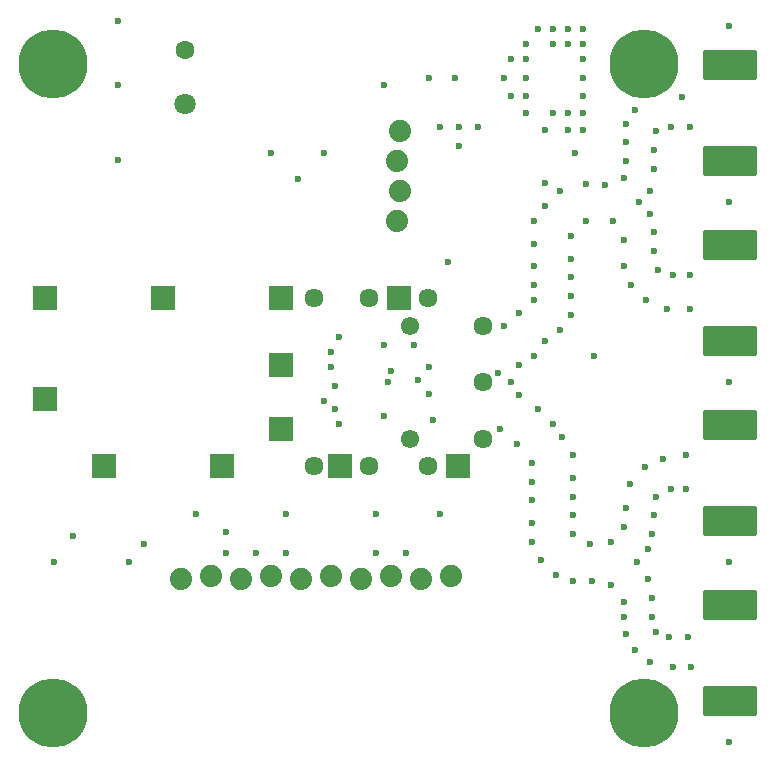
<source format=gbr>
G75*
%MOIN*%
%OFA0B0*%
%FSLAX25Y25*%
%IPPOS*%
%LPD*%
%AMOC8*
5,1,8,0,0,1.08239X$1,22.5*
%
%ADD10R,0.07874X0.07874*%
%ADD11C,0.06358*%
%ADD12C,0.06102*%
%ADD13C,0.23000*%
%ADD14C,0.01600*%
%ADD15C,0.06299*%
%ADD16C,0.07087*%
%ADD17C,0.07400*%
%ADD18C,0.02362*%
D10*
X0064242Y0103598D03*
X0044557Y0125941D03*
X0044557Y0159701D03*
X0083927Y0159701D03*
X0123297Y0159701D03*
X0123297Y0137358D03*
X0123297Y0116098D03*
X0103612Y0103598D03*
X0142982Y0103598D03*
X0182352Y0103598D03*
X0162667Y0159701D03*
D11*
X0152825Y0159701D03*
X0134321Y0159701D03*
X0172510Y0159701D03*
X0190620Y0150547D03*
X0190620Y0131650D03*
X0190620Y0112752D03*
X0172510Y0103598D03*
X0152825Y0103598D03*
X0134321Y0103598D03*
D12*
X0166211Y0112752D03*
X0166211Y0150547D03*
D13*
X0047352Y0021335D03*
X0244203Y0021335D03*
X0244203Y0237870D03*
X0047352Y0237870D03*
D14*
X0264717Y0241850D02*
X0281117Y0241850D01*
X0281117Y0233450D01*
X0264717Y0233450D01*
X0264717Y0241850D01*
X0264717Y0235049D02*
X0281117Y0235049D01*
X0281117Y0236648D02*
X0264717Y0236648D01*
X0264717Y0238247D02*
X0281117Y0238247D01*
X0281117Y0239846D02*
X0264717Y0239846D01*
X0264717Y0241445D02*
X0281117Y0241445D01*
X0281117Y0209850D02*
X0264717Y0209850D01*
X0281117Y0209850D02*
X0281117Y0201450D01*
X0264717Y0201450D01*
X0264717Y0209850D01*
X0264717Y0203049D02*
X0281117Y0203049D01*
X0281117Y0204648D02*
X0264717Y0204648D01*
X0264717Y0206247D02*
X0281117Y0206247D01*
X0281117Y0207846D02*
X0264717Y0207846D01*
X0264717Y0209445D02*
X0281117Y0209445D01*
X0281117Y0181850D02*
X0264717Y0181850D01*
X0281117Y0181850D02*
X0281117Y0173450D01*
X0264717Y0173450D01*
X0264717Y0181850D01*
X0264717Y0175049D02*
X0281117Y0175049D01*
X0281117Y0176648D02*
X0264717Y0176648D01*
X0264717Y0178247D02*
X0281117Y0178247D01*
X0281117Y0179846D02*
X0264717Y0179846D01*
X0264717Y0181445D02*
X0281117Y0181445D01*
X0281117Y0149850D02*
X0264717Y0149850D01*
X0281117Y0149850D02*
X0281117Y0141450D01*
X0264717Y0141450D01*
X0264717Y0149850D01*
X0264717Y0143049D02*
X0281117Y0143049D01*
X0281117Y0144648D02*
X0264717Y0144648D01*
X0264717Y0146247D02*
X0281117Y0146247D01*
X0281117Y0147846D02*
X0264717Y0147846D01*
X0264717Y0149445D02*
X0281117Y0149445D01*
X0281117Y0121850D02*
X0264717Y0121850D01*
X0281117Y0121850D02*
X0281117Y0113450D01*
X0264717Y0113450D01*
X0264717Y0121850D01*
X0264717Y0115049D02*
X0281117Y0115049D01*
X0281117Y0116648D02*
X0264717Y0116648D01*
X0264717Y0118247D02*
X0281117Y0118247D01*
X0281117Y0119846D02*
X0264717Y0119846D01*
X0264717Y0121445D02*
X0281117Y0121445D01*
X0281117Y0089850D02*
X0264717Y0089850D01*
X0281117Y0089850D02*
X0281117Y0081450D01*
X0264717Y0081450D01*
X0264717Y0089850D01*
X0264717Y0083049D02*
X0281117Y0083049D01*
X0281117Y0084648D02*
X0264717Y0084648D01*
X0264717Y0086247D02*
X0281117Y0086247D01*
X0281117Y0087846D02*
X0264717Y0087846D01*
X0264717Y0089445D02*
X0281117Y0089445D01*
X0281117Y0061850D02*
X0264717Y0061850D01*
X0281117Y0061850D02*
X0281117Y0053450D01*
X0264717Y0053450D01*
X0264717Y0061850D01*
X0264717Y0055049D02*
X0281117Y0055049D01*
X0281117Y0056648D02*
X0264717Y0056648D01*
X0264717Y0058247D02*
X0281117Y0058247D01*
X0281117Y0059846D02*
X0264717Y0059846D01*
X0264717Y0061445D02*
X0281117Y0061445D01*
X0281117Y0029850D02*
X0264717Y0029850D01*
X0281117Y0029850D02*
X0281117Y0021450D01*
X0264717Y0021450D01*
X0264717Y0029850D01*
X0264717Y0023049D02*
X0281117Y0023049D01*
X0281117Y0024648D02*
X0264717Y0024648D01*
X0264717Y0026247D02*
X0281117Y0026247D01*
X0281117Y0027846D02*
X0264717Y0027846D01*
X0264717Y0029445D02*
X0281117Y0029445D01*
D15*
X0091417Y0242280D03*
D16*
X0091417Y0224563D03*
D17*
X0163167Y0215400D03*
X0162167Y0205400D03*
X0163167Y0195400D03*
X0162167Y0185400D03*
X0160167Y0067150D03*
X0150167Y0066150D03*
X0140167Y0067150D03*
X0130167Y0066150D03*
X0120167Y0067150D03*
X0110167Y0066150D03*
X0100167Y0067150D03*
X0090167Y0066150D03*
X0170167Y0066150D03*
X0180167Y0067150D03*
D18*
X0165167Y0074775D03*
X0155167Y0074775D03*
X0155167Y0087900D03*
X0176417Y0087900D03*
X0202042Y0111025D03*
X0196417Y0116025D03*
X0202667Y0127275D03*
X0200167Y0131650D03*
X0195792Y0134775D03*
X0202667Y0137275D03*
X0207667Y0140400D03*
X0211417Y0145400D03*
X0216417Y0149150D03*
X0220167Y0154150D03*
X0220167Y0160400D03*
X0220167Y0166650D03*
X0220167Y0172900D03*
X0220167Y0180400D03*
X0225167Y0185400D03*
X0233917Y0185400D03*
X0237667Y0179150D03*
X0247667Y0181650D03*
X0247667Y0175400D03*
X0248917Y0169150D03*
X0253917Y0167275D03*
X0259542Y0167275D03*
X0259542Y0156025D03*
X0252042Y0156025D03*
X0245167Y0159150D03*
X0240167Y0164150D03*
X0237667Y0170400D03*
X0246417Y0187900D03*
X0242667Y0191650D03*
X0246417Y0195400D03*
X0247667Y0202900D03*
X0247667Y0209150D03*
X0248292Y0215400D03*
X0253292Y0216650D03*
X0259542Y0216650D03*
X0257042Y0226650D03*
X0241417Y0222275D03*
X0238292Y0217900D03*
X0238292Y0211650D03*
X0238292Y0205400D03*
X0237667Y0199775D03*
X0231417Y0197275D03*
X0225167Y0197900D03*
X0216417Y0195400D03*
X0211417Y0198215D03*
X0211417Y0190400D03*
X0207667Y0185400D03*
X0207667Y0177900D03*
X0207667Y0170400D03*
X0207667Y0164150D03*
X0207667Y0159150D03*
X0202667Y0154775D03*
X0197667Y0150400D03*
X0178917Y0171650D03*
X0167667Y0144150D03*
X0172667Y0136650D03*
X0168917Y0132275D03*
X0172667Y0127900D03*
X0173917Y0119150D03*
X0157667Y0120400D03*
X0158917Y0131650D03*
X0160167Y0135400D03*
X0157667Y0144150D03*
X0142667Y0146650D03*
X0140167Y0141650D03*
X0140167Y0136650D03*
X0141417Y0130400D03*
X0137667Y0125400D03*
X0141417Y0122900D03*
X0142667Y0117900D03*
X0125167Y0087900D03*
X0125167Y0074775D03*
X0115167Y0074775D03*
X0105167Y0074775D03*
X0105167Y0081650D03*
X0095167Y0087900D03*
X0077667Y0077900D03*
X0072667Y0071650D03*
X0053917Y0080400D03*
X0047667Y0071650D03*
X0128917Y0199465D03*
X0120167Y0208215D03*
X0137667Y0208215D03*
X0157667Y0230715D03*
X0172667Y0233215D03*
X0181417Y0233215D03*
X0197667Y0233215D03*
X0200167Y0226965D03*
X0205167Y0226965D03*
X0205167Y0221340D03*
X0211417Y0215715D03*
X0213917Y0221340D03*
X0218917Y0221340D03*
X0223917Y0221340D03*
X0223917Y0226965D03*
X0223917Y0233215D03*
X0223917Y0239465D03*
X0223917Y0244465D03*
X0223917Y0249465D03*
X0218917Y0249465D03*
X0213917Y0249465D03*
X0213917Y0244465D03*
X0218917Y0244465D03*
X0208917Y0249465D03*
X0205167Y0244465D03*
X0205167Y0239465D03*
X0200167Y0239465D03*
X0205167Y0233215D03*
X0218917Y0215715D03*
X0223917Y0215715D03*
X0221417Y0208215D03*
X0188917Y0216650D03*
X0182667Y0216650D03*
X0176417Y0216650D03*
X0182667Y0210400D03*
X0227667Y0140400D03*
X0208917Y0122900D03*
X0213917Y0117900D03*
X0217042Y0113525D03*
X0220792Y0107275D03*
X0220792Y0099775D03*
X0220792Y0093525D03*
X0220792Y0087275D03*
X0220792Y0081025D03*
X0226417Y0077900D03*
X0233292Y0078525D03*
X0237667Y0083525D03*
X0238292Y0089775D03*
X0239542Y0097900D03*
X0244542Y0103525D03*
X0250792Y0106025D03*
X0258292Y0107275D03*
X0258292Y0096025D03*
X0253292Y0096025D03*
X0248292Y0093525D03*
X0247667Y0087275D03*
X0247042Y0081025D03*
X0245792Y0076025D03*
X0242042Y0071650D03*
X0245792Y0066025D03*
X0247042Y0059775D03*
X0247042Y0053525D03*
X0248292Y0048525D03*
X0252667Y0046650D03*
X0258917Y0046650D03*
X0260167Y0036650D03*
X0253917Y0036650D03*
X0246417Y0038525D03*
X0241417Y0042275D03*
X0238292Y0047900D03*
X0237667Y0053525D03*
X0237667Y0058525D03*
X0233292Y0064150D03*
X0227042Y0065400D03*
X0220792Y0065400D03*
X0215167Y0067275D03*
X0210167Y0072275D03*
X0207042Y0078525D03*
X0207042Y0084775D03*
X0207042Y0092275D03*
X0207042Y0098525D03*
X0207042Y0104775D03*
X0272667Y0131650D03*
X0272667Y0191650D03*
X0272667Y0250400D03*
X0068917Y0251965D03*
X0068917Y0230715D03*
X0068917Y0205715D03*
X0272667Y0071650D03*
X0272667Y0011650D03*
M02*

</source>
